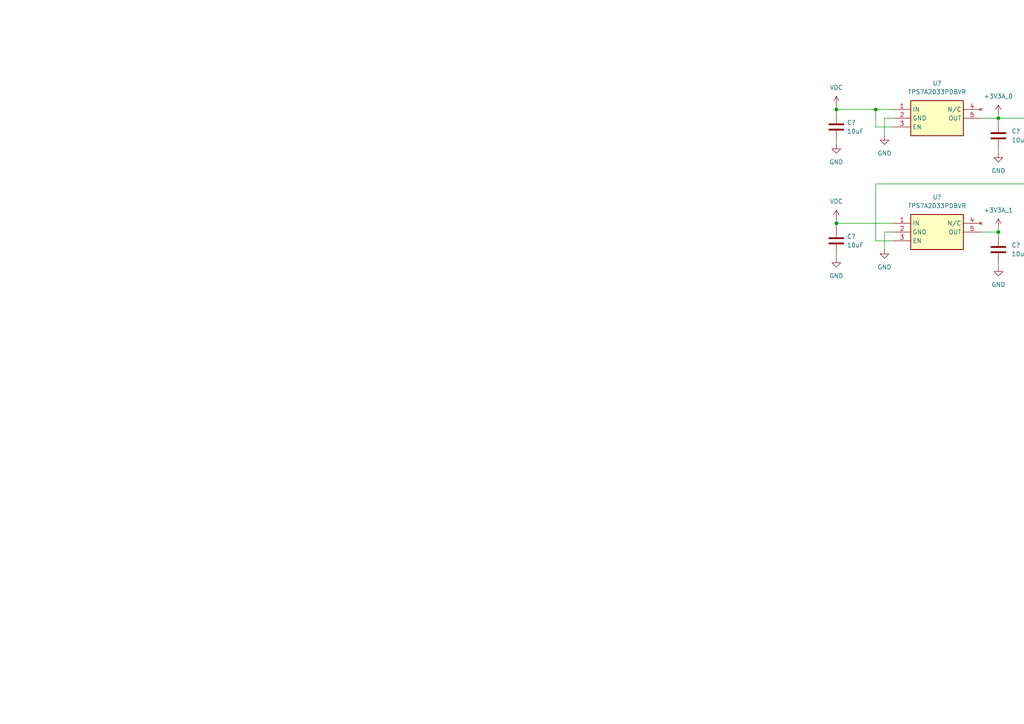
<source format=kicad_sch>
(kicad_sch (version 20250114) (generator "eeschema") (generator_version "9.0")
  (paper "A4")
  (lib_symbols
    (symbol "Device:C" (pin_numbers (hide yes)) (pin_names (offset 0.254))
      (property "Reference" "C" (at 0.635 2.54 0))
      (property "Value" "C" (at 0.635 -2.54 0))
      (symbol "C_0_1"
        (polyline (pts (xy -2.032 0.762) (xy 2.032 0.762)) (stroke (width 0.508)))
        (polyline (pts (xy -2.032 -0.762) (xy 2.032 -0.762)) (stroke (width 0.508)))
      )
      (symbol "C_1_1"
        (pin passive line (at 0 3.81 270) (length 2.794) (name "~") (number "1"))
        (pin passive line (at 0 -3.81 90) (length 2.794) (name "~") (number "2"))
      )
    )
    (symbol "Device:R" (pin_numbers (hide yes)) (pin_names (offset 0))
      (property "Reference" "R" (at 2.032 0 90))
      (property "Value" "R" (at 0 0 90))
      (symbol "R_0_1"
        (rectangle (start -1.016 -2.54) (end 1.016 2.54) (stroke (width 0.254)))
      )
      (symbol "R_1_1"
        (pin passive line (at 0 3.81 270) (length 1.27) (name "~") (number "1"))
        (pin passive line (at 0 -3.81 90) (length 1.27) (name "~") (number "2"))
      )
    )
    (symbol "TPS7A2033PDBVR:TPS7A2033PDBVR"
      (property "Reference" "IC" (at 21.59 7.62 0))
      (property "Value" "TPS7A2033PDBVR" (at 21.59 5.08 0))
      (symbol "TPS7A2033PDBVR_1_1"
        (rectangle (start 5.08 2.54) (end 20.32 -7.62) (stroke (width 0.254)) (fill (type background)))
        (pin passive line (at 0 0 0) (length 5.08) (name "IN") (number "1"))
        (pin passive line (at 0 -2.54 0) (length 5.08) (name "GND") (number "2"))
        (pin passive line (at 0 -5.08 0) (length 5.08) (name "EN") (number "3"))
        (pin no_connect line (at 25.4 0 180) (length 5.08) (name "N/C") (number "4"))
        (pin power_out line (at 25.4 -2.54 180) (length 5.08) (name "OUT") (number "5"))
      )
    )
    (symbol "power:GND" (power) (pin_numbers (hide yes)) (pin_names (offset 0) (hide yes))
      (property "Value" "GND" (at 0 -3.81 0))
      (symbol "GND_0_1"
        (polyline (pts (xy 0 0) (xy 0 -1.27) (xy 1.27 -1.27) (xy 0 -2.54) (xy -1.27 -1.27) (xy 0 -1.27)))
      )
      (symbol "GND_1_1"
        (pin power_in line (at 0 0 270) (length 0) (name "~") (number "1"))
      )
    )
    (symbol "power:VDC" (power) (pin_numbers (hide yes)) (pin_names (offset 0) (hide yes))
      (property "Value" "VDC" (at 0 3.556 0))
      (symbol "VDC_0_1"
        (polyline (pts (xy -0.762 1.27) (xy 0 2.54)))
        (polyline (pts (xy 0 2.54) (xy 0.762 1.27)))
        (polyline (pts (xy 0 0) (xy 0 2.54)))
      )
      (symbol "VDC_1_1"
        (pin power_in line (at 0 0 90) (length 0) (name "~") (number "1"))
      )
    )
  )
  (junction (at 304.8 53.34))
  (junction (at 242.57 64.77))
  (junction (at 254 31.75))
  (junction (at 289.56 67.31))
  (junction (at 289.56 34.29))
  (junction (at 242.57 31.75))
  (wire (pts (xy 304.8 44.45) (xy 304.8 34.29)))
  (wire (pts (xy 256.54 39.37) (xy 256.54 34.29)))
  (wire (pts (xy 284.48 34.29) (xy 289.56 34.29)))
  (wire (pts (xy 289.56 34.29) (xy 289.56 35.56)))
  (wire (pts (xy 304.8 52.07) (xy 304.8 53.34)))
  (wire (pts (xy 242.57 31.75) (xy 254 31.75)))
  (wire (pts (xy 242.57 64.77) (xy 242.57 66.04)))
  (wire (pts (xy 254 53.34) (xy 304.8 53.34)))
  (wire (pts (xy 304.8 62.23) (xy 304.8 63.5)))
  (wire (pts (xy 259.08 69.85) (xy 254 69.85)))
  (wire (pts (xy 242.57 73.66) (xy 242.57 74.93)))
  (wire (pts (xy 256.54 72.39) (xy 256.54 67.31)))
  (wire (pts (xy 289.56 43.18) (xy 289.56 44.45)))
  (wire (pts (xy 284.48 67.31) (xy 289.56 67.31)))
  (wire (pts (xy 254 69.85) (xy 254 53.34)))
  (wire (pts (xy 256.54 34.29) (xy 259.08 34.29)))
  (wire (pts (xy 242.57 64.77) (xy 259.08 64.77)))
  (wire (pts (xy 289.56 76.2) (xy 289.56 77.47)))
  (wire (pts (xy 259.08 36.83) (xy 254 36.83)))
  (wire (pts (xy 304.8 34.29) (xy 289.56 34.29)))
  (wire (pts (xy 242.57 30.48) (xy 242.57 31.75)))
  (wire (pts (xy 289.56 66.04) (xy 289.56 67.31)))
  (wire (pts (xy 242.57 40.64) (xy 242.57 41.91)))
  (wire (pts (xy 304.8 53.34) (xy 304.8 54.61)))
  (wire (pts (xy 254 31.75) (xy 259.08 31.75)))
  (wire (pts (xy 289.56 33.02) (xy 289.56 34.29)))
  (wire (pts (xy 254 36.83) (xy 254 31.75)))
  (wire (pts (xy 242.57 31.75) (xy 242.57 33.02)))
  (wire (pts (xy 256.54 67.31) (xy 259.08 67.31)))
  (wire (pts (xy 289.56 67.31) (xy 289.56 68.58)))
  (wire (pts (xy 242.57 63.5) (xy 242.57 64.77)))
  (symbol (lib_id "Device:C") (at 289.56 72.39 0) (unit 1)
    (property "Reference" "C?" (at 293.37 71.1199 0) (effects (justify left)))
    (property "Value" "10uF" (at 293.37 73.6599 0) (effects (justify left)))
    (property "Footprint" "Capacitor_SMD:C_0603_1608Metric" (effects (hide yes)))
    (property "Description" "Unpolarized capacitor" (effects (hide yes)))
    (property "Part No." "GRM188R61C106MA73#" (effects (hide yes)))
    (property "Vendor" "muRata" (effects (hide yes)))
    (instances (project "MizukiH743" (path "" (reference "C?") (unit 1))) (project "MizukiH743" (path "" (reference "C114") (unit 1))))
  )
  (symbol (lib_id "power:GND") (at 242.57 41.91 0) (unit 1)
    (property "Reference" "#PWR?" (effects (hide yes)))
    (property "Value" "GND" (at 242.57 46.99 0))
    (property "Description" "Power symbol creates a global label with name \"GND\" , ground" (effects (hide yes)))
    (instances (project "MizukiH743" (path "" (reference "#PWR?") (unit 1))) (project "MizukiH743" (path "" (reference "#PWR0206") (unit 1))))
  )
  (symbol (lib_id "power:VDC") (at 242.57 30.48 0) (unit 1)
    (property "Reference" "#PWR?" (effects (hide yes)))
    (property "Value" "VDC" (at 242.57 25.4 0))
    (property "Description" "Power symbol creates a global label with name \"VDC\"" (effects (hide yes)))
    (instances (project "" (path "" (reference "#PWR?") (unit 1))) (project "" (path "" (reference "#PWR0205") (unit 1))))
  )
  (symbol (lib_id "power:GND") (at 304.8 63.5 0) (unit 1)
    (property "Reference" "#PWR?" (effects (hide yes)))
    (property "Value" "GND" (at 304.8 68.58 0))
    (property "Description" "Power symbol creates a global label with name \"GND\" , ground" (effects (hide yes)))
    (instances (project "MizukiH743" (path "" (reference "#PWR?") (unit 1))) (project "MizukiH743" (path "" (reference "#PWR0194") (unit 1))))
  )
  (symbol (lib_id "TPS7A2033PDBVR:TPS7A2033PDBVR") (at 259.08 64.77 0) (unit 1)
    (property "Reference" "U?" (at 271.78 57.15 0))
    (property "Value" "TPS7A2033PDBVR" (at 271.78 59.69 0))
    (property "Footprint" "TPS7A2033PDBVR:SOT95P280X145-5N" (effects (hide yes)))
    (property "Datasheet" "https://www.ti.com/lit/ds/symlink/tps7a20.pdf?ts=1603960048570&ref_url=https%253A%252F%252Fwww.ti.com%252Fstore%252Fti%252Fen%252Fp%252Fproduct%252F%253Fp%253DPTPS7A2045PDQNR%2526keyMatch%253DPTPS7A2045PDQNR%2526tisearch%253DSearch-EN-everything" (effects (hide yes)))
    (property "Description" "300-mA, Ultra-Low-Noise, Low-IQ, High PSRR LDO" (effects (hide yes)))
    (property "Height" "1.45" (effects (hide yes)))
    (property "Part No." "TPS7A2033PDBVR" (effects (hide yes)))
    (property "Vendor" "TI" (effects (hide yes)))
    (property "Fetched" "7" (effects (hide yes)))
    (instances (project "MizukiH743" (path "" (reference "U?") (unit 1))) (project "MizukiH743" (path "" (reference "U20") (unit 1))))
  )
  (symbol (lib_id "TPS7A2033PDBVR:TPS7A2033PDBVR") (at 259.08 31.75 0) (unit 1)
    (property "Reference" "U?" (at 271.78 24.13 0))
    (property "Value" "TPS7A2033PDBVR" (at 271.78 26.67 0))
    (property "Footprint" "TPS7A2033PDBVR:SOT95P280X145-5N" (effects (hide yes)))
    (property "Datasheet" "https://www.ti.com/lit/ds/symlink/tps7a20.pdf?ts=1603960048570&ref_url=https%253A%252F%252Fwww.ti.com%252Fstore%252Fti%252Fen%252Fp%252Fproduct%252F%253Fp%253DPTPS7A2045PDQNR%2526keyMatch%253DPTPS7A2045PDQNR%2526tisearch%253DSearch-EN-everything" (effects (hide yes)))
    (property "Description" "300-mA, Ultra-Low-Noise, Low-IQ, High PSRR LDO" (effects (hide yes)))
    (property "Height" "1.45" (effects (hide yes)))
    (property "Part No." "TPS7A2033PDBVR" (effects (hide yes)))
    (property "Vendor" "TI" (effects (hide yes)))
    (property "Fetched" "7" (effects (hide yes)))
    (instances (project "MizukiH743" (path "" (reference "U?") (unit 1))) (project "MizukiH743" (path "" (reference "U19") (unit 1))))
  )
  (symbol (lib_id "Device:C") (at 242.57 36.83 0) (unit 1)
    (property "Reference" "C?" (at 245.618 35.56 0) (effects (justify left)))
    (property "Value" "10uF" (at 245.618 38.1 0) (effects (justify left)))
    (property "Footprint" "Capacitor_SMD:C_0603_1608Metric" (effects (hide yes)))
    (property "Description" "Unpolarized capacitor" (effects (hide yes)))
    (property "Part No." "GRM188R61C106MA73#" (effects (hide yes)))
    (property "Vendor" "muRata" (effects (hide yes)))
    (instances (project "MizukiH743" (path "" (reference "C?") (unit 1))) (project "MizukiH743" (path "" (reference "C106") (unit 1))))
  )
  (symbol (lib_id "power:VDC") (at 289.56 33.02 0) (unit 1)
    (property "Reference" "#PWR?" (effects (hide yes)))
    (property "Value" "+3V3A_0" (at 289.56 27.94 0))
    (property "Description" "Power symbol creates a global label with name \"VDC\"" (effects (hide yes)))
    (instances (project "MizukiH743" (path "" (reference "#PWR?") (unit 1))) (project "MizukiH743" (path "" (reference "#PWR0214") (unit 1))))
  )
  (symbol (lib_id "power:GND") (at 289.56 44.45 0) (unit 1)
    (property "Reference" "#PWR?" (effects (hide yes)))
    (property "Value" "GND" (at 289.56 49.53 0))
    (property "Description" "Power symbol creates a global label with name \"GND\" , ground" (effects (hide yes)))
    (instances (project "MizukiH743" (path "" (reference "#PWR?") (unit 1))) (project "MizukiH743" (path "" (reference "#PWR0215") (unit 1))))
  )
  (symbol (lib_id "power:GND") (at 256.54 39.37 0) (unit 1)
    (property "Reference" "#PWR?" (effects (hide yes)))
    (property "Value" "GND" (at 256.54 44.45 0))
    (property "Description" "Power symbol creates a global label with name \"GND\" , ground" (effects (hide yes)))
    (instances (project "MizukiH743" (path "" (reference "#PWR?") (unit 1))) (project "MizukiH743" (path "" (reference "#PWR0211") (unit 1))))
  )
  (symbol (lib_id "power:GND") (at 289.56 77.47 0) (unit 1)
    (property "Reference" "#PWR?" (effects (hide yes)))
    (property "Value" "GND" (at 289.56 82.55 0))
    (property "Description" "Power symbol creates a global label with name \"GND\" , ground" (effects (hide yes)))
    (instances (project "MizukiH743" (path "" (reference "#PWR?") (unit 1))) (project "MizukiH743" (path "" (reference "#PWR0217") (unit 1))))
  )
  (symbol (lib_id "Device:R") (at 304.8 58.42 0) (unit 1)
    (property "Reference" "R?" (at 307.34 57.1499 0) (effects (justify left)))
    (property "Value" "100kR" (at 307.34 59.6899 0) (effects (justify left)))
    (property "Footprint" "Resistor_SMD:R_0603_1608Metric" (effects (hide yes)))
    (property "Description" "Resistor" (effects (hide yes)))
    (instances (project "MizukiH743" (path "" (reference "R?") (unit 1))) (project "MizukiH743" (path "" (reference "R49") (unit 1))))
  )
  (symbol (lib_id "power:VDC") (at 242.57 63.5 0) (unit 1)
    (property "Reference" "#PWR?" (effects (hide yes)))
    (property "Value" "VDC" (at 242.57 58.42 0))
    (property "Description" "Power symbol creates a global label with name \"VDC\"" (effects (hide yes)))
    (instances (project "MizukiH743" (path "" (reference "#PWR?") (unit 1))) (project "MizukiH743" (path "" (reference "#PWR0207") (unit 1))))
  )
  (symbol (lib_id "Device:C") (at 289.56 39.37 0) (unit 1)
    (property "Reference" "C?" (at 293.37 38.0999 0) (effects (justify left)))
    (property "Value" "10uF" (at 293.37 40.6399 0) (effects (justify left)))
    (property "Footprint" "Capacitor_SMD:C_0603_1608Metric" (effects (hide yes)))
    (property "Description" "Unpolarized capacitor" (effects (hide yes)))
    (property "Part No." "GRM188R61C106MA73#" (effects (hide yes)))
    (property "Vendor" "muRata" (effects (hide yes)))
    (instances (project "MizukiH743" (path "" (reference "C?") (unit 1))) (project "MizukiH743" (path "" (reference "C113") (unit 1))))
  )
  (symbol (lib_id "Device:R") (at 304.8 48.26 0) (unit 1)
    (property "Reference" "R?" (at 307.34 46.9899 0) (effects (justify left)))
    (property "Value" "200kR" (at 307.34 49.5299 0) (effects (justify left)))
    (property "Footprint" "Resistor_SMD:R_0603_1608Metric" (effects (hide yes)))
    (property "Description" "Resistor" (effects (hide yes)))
    (instances (project "MizukiH743" (path "" (reference "R?") (unit 1))) (project "MizukiH743" (path "" (reference "R48") (unit 1))))
  )
  (symbol (lib_id "power:VDC") (at 289.56 66.04 0) (unit 1)
    (property "Reference" "#PWR?" (effects (hide yes)))
    (property "Value" "+3V3A_1" (at 289.56 60.96 0))
    (property "Description" "Power symbol creates a global label with name \"VDC\"" (effects (hide yes)))
    (instances (project "MizukiH743" (path "" (reference "#PWR?") (unit 1))) (project "MizukiH743" (path "" (reference "#PWR0216") (unit 1))))
  )
  (symbol (lib_id "power:GND") (at 256.54 72.39 0) (unit 1)
    (property "Reference" "#PWR?" (effects (hide yes)))
    (property "Value" "GND" (at 256.54 77.47 0))
    (property "Description" "Power symbol creates a global label with name \"GND\" , ground" (effects (hide yes)))
    (instances (project "MizukiH743" (path "" (reference "#PWR?") (unit 1))) (project "MizukiH743" (path "" (reference "#PWR0212") (unit 1))))
  )
  (symbol (lib_id "power:GND") (at 242.57 74.93 0) (unit 1)
    (property "Reference" "#PWR?" (effects (hide yes)))
    (property "Value" "GND" (at 242.57 80.01 0))
    (property "Description" "Power symbol creates a global label with name \"GND\" , ground" (effects (hide yes)))
    (instances (project "MizukiH743" (path "" (reference "#PWR?") (unit 1))) (project "MizukiH743" (path "" (reference "#PWR0208") (unit 1))))
  )
  (symbol (lib_id "Device:C") (at 242.57 69.85 0) (unit 1)
    (property "Reference" "C?" (at 245.618 68.58 0) (effects (justify left)))
    (property "Value" "10uF" (at 245.618 71.12 0) (effects (justify left)))
    (property "Footprint" "Capacitor_SMD:C_0603_1608Metric" (effects (hide yes)))
    (property "Description" "Unpolarized capacitor" (effects (hide yes)))
    (property "Part No." "GRM188R61C106MA73#" (effects (hide yes)))
    (property "Vendor" "muRata" (effects (hide yes)))
    (instances (project "MizukiH743" (path "" (reference "C?") (unit 1))) (project "MizukiH743" (path "" (reference "C107") (unit 1))))
  )
)
</source>
